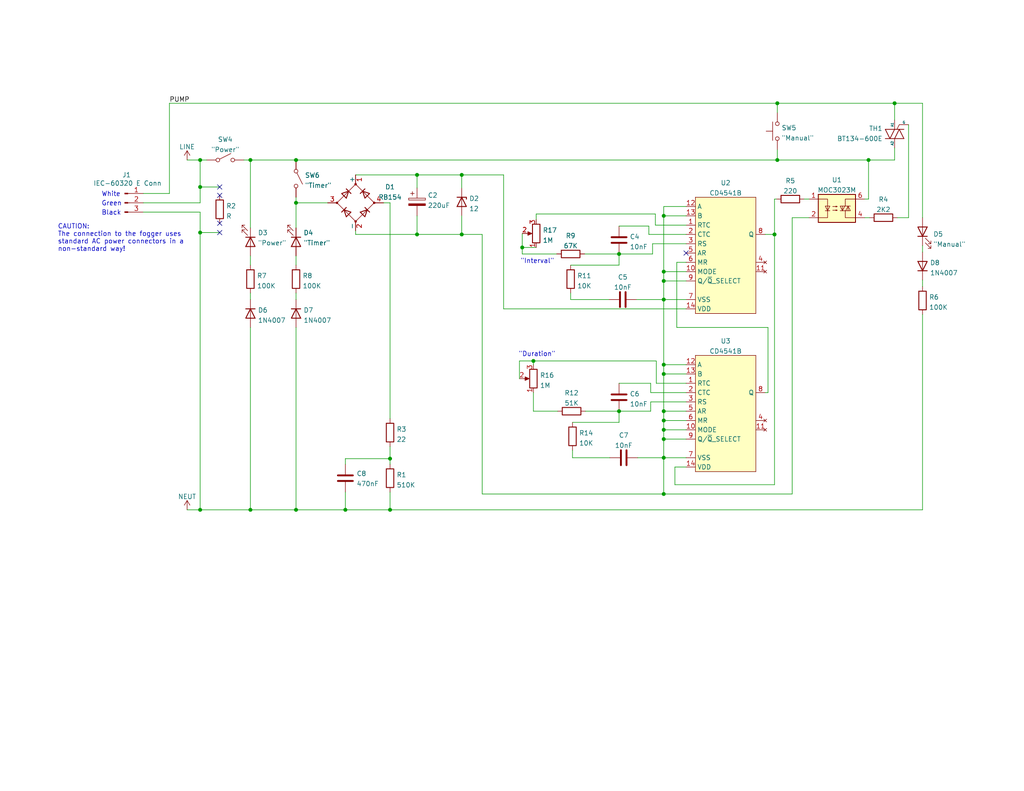
<source format=kicad_sch>
(kicad_sch (version 20211123) (generator eeschema)
  (paper "USLetter")
  (title_block (title "Generic Fog Machine Timer") (comment 1 "FWC-4B.PCB Rev 3") (comment 2 "Schematic for educational purposes only"))
  (lib_symbols
    (symbol "Connector:Conn_01x03_Male" (pin_names (offset 1.016) hide)
      (property "Reference" "J" (at 0 5.08 0))
      (property "Value" "Conn_01x03_Male" (at 0 -5.08 0))
      (symbol "Conn_01x03_Male_1_1"
        (polyline (pts (xy 1.27 -2.54) (xy 0.8636 -2.54)) (stroke (width 0.1524)))
        (polyline (pts (xy 1.27 0) (xy 0.8636 0)) (stroke (width 0.1524)))
        (polyline (pts (xy 1.27 2.54) (xy 0.8636 2.54)) (stroke (width 0.1524)))
        (rectangle (start 0.8636 -2.413) (end 0 -2.667) (stroke (width 0.1524)) (fill (type outline)))
        (rectangle (start 0.8636 0.127) (end 0 -0.127) (stroke (width 0.1524)) (fill (type outline)))
        (rectangle (start 0.8636 2.667) (end 0 2.413) (stroke (width 0.1524)) (fill (type outline)))
        (pin passive line (at 5.08 2.54 180) (length 3.81) (name "Pin_1") (number "1"))
        (pin passive line (at 5.08 0 180) (length 3.81) (name "Pin_2") (number "2"))
        (pin passive line (at 5.08 -2.54 180) (length 3.81) (name "Pin_3") (number "3"))
      )
    )
    (symbol "Device:C" (pin_numbers hide) (pin_names (offset 0.254))
      (property "Reference" "C" (at 0.635 2.54 0))
      (property "Value" "C" (at 0.635 -2.54 0))
      (symbol "C_0_1"
        (polyline (pts (xy -2.032 -0.762) (xy 2.032 -0.762)) (stroke (width 0.508)))
        (polyline (pts (xy -2.032 0.762) (xy 2.032 0.762)) (stroke (width 0.508)))
      )
      (symbol "C_1_1"
        (pin passive line (at 0 3.81 270) (length 2.794) (name "~") (number "1"))
        (pin passive line (at 0 -3.81 90) (length 2.794) (name "~") (number "2"))
      )
    )
    (symbol "Device:C_Polarized" (pin_numbers hide) (pin_names (offset 0.254))
      (property "Reference" "C" (at 0.635 2.54 0))
      (property "Value" "C_Polarized" (at 0.635 -2.54 0))
      (symbol "C_Polarized_0_1"
        (rectangle (start -2.286 0.508) (end 2.286 1.016))
        (polyline (pts (xy -1.778 2.286) (xy -0.762 2.286)))
        (polyline (pts (xy -1.27 2.794) (xy -1.27 1.778)))
        (rectangle (start 2.286 -0.508) (end -2.286 -1.016) (fill (type outline)))
      )
      (symbol "C_Polarized_1_1"
        (pin passive line (at 0 3.81 270) (length 2.794) (name "~") (number "1"))
        (pin passive line (at 0 -3.81 90) (length 2.794) (name "~") (number "2"))
      )
    )
    (symbol "Device:D" (pin_numbers hide) (pin_names (offset 1.016) hide)
      (property "Reference" "D" (at 0 2.54 0))
      (property "Value" "D" (at 0 -2.54 0))
      (symbol "D_0_1"
        (polyline (pts (xy -1.27 1.27) (xy -1.27 -1.27)) (stroke (width 0.254)))
        (polyline (pts (xy 1.27 0) (xy -1.27 0)))
        (polyline (pts (xy 1.27 1.27) (xy 1.27 -1.27) (xy -1.27 0) (xy 1.27 1.27)) (stroke (width 0.254)))
      )
      (symbol "D_1_1"
        (pin passive line (at -3.81 0 0) (length 2.54) (name "K") (number "1"))
        (pin passive line (at 3.81 0 180) (length 2.54) (name "A") (number "2"))
      )
    )
    (symbol "Device:D_Bridge_+-AA" (pin_names (offset 0))
      (property "Reference" "D" (at 2.54 6.985 0))
      (property "Value" "D_Bridge_+-AA" (at 2.54 5.08 0))
      (symbol "D_Bridge_+-AA_0_1"
        (circle (center -5.08 0) (radius 0.254) (fill (type outline)))
        (circle (center 0 -5.08) (radius 0.254) (fill (type outline)))
        (polyline (pts (xy -2.54 3.81) (xy -1.27 2.54)) (stroke (width 0.254)))
        (polyline (pts (xy -1.27 -2.54) (xy -2.54 -3.81)) (stroke (width 0.254)))
        (polyline (pts (xy 2.54 -1.27) (xy 3.81 -2.54)) (stroke (width 0.254)))
        (polyline (pts (xy 2.54 1.27) (xy 3.81 2.54)) (stroke (width 0.254)))
        (polyline (pts (xy -3.81 2.54) (xy -2.54 1.27) (xy -1.905 3.175) (xy -3.81 2.54)) (stroke (width 0.254)))
        (polyline (pts (xy -2.54 -1.27) (xy -3.81 -2.54) (xy -1.905 -3.175) (xy -2.54 -1.27)) (stroke (width 0.254)))
        (polyline (pts (xy 1.27 2.54) (xy 2.54 3.81) (xy 3.175 1.905) (xy 1.27 2.54)) (stroke (width 0.254)))
        (polyline (pts (xy 3.175 -1.905) (xy 1.27 -2.54) (xy 2.54 -3.81) (xy 3.175 -1.905)) (stroke (width 0.254)))
        (polyline (pts (xy -5.08 0) (xy 0 -5.08) (xy 5.08 0) (xy 0 5.08) (xy -5.08 0)))
        (circle (center 0 5.08) (radius 0.254) (fill (type outline)))
        (circle (center 5.08 0) (radius 0.254) (fill (type outline)))
      )
      (symbol "D_Bridge_+-AA_1_1"
        (pin passive line (at 7.62 0 180) (length 2.54) (name "+") (number "1"))
        (pin passive line (at -7.62 0 0) (length 2.54) (name "-") (number "2"))
        (pin passive line (at 0 7.62 270) (length 2.54) (name "~") (number "3"))
        (pin passive line (at 0 -7.62 90) (length 2.54) (name "~") (number "4"))
      )
    )
    (symbol "Device:D_Zener" (pin_numbers hide) (pin_names (offset 1.016) hide)
      (property "Reference" "D" (at 0 2.54 0))
      (property "Value" "D_Zener" (at 0 -2.54 0))
      (symbol "D_Zener_0_1"
        (polyline (pts (xy 1.27 0) (xy -1.27 0)))
        (polyline (pts (xy -1.27 -1.27) (xy -1.27 1.27) (xy -0.762 1.27)) (stroke (width 0.254)))
        (polyline (pts (xy 1.27 -1.27) (xy 1.27 1.27) (xy -1.27 0) (xy 1.27 -1.27)) (stroke (width 0.254)))
      )
      (symbol "D_Zener_1_1"
        (pin passive line (at -3.81 0 0) (length 2.54) (name "K") (number "1"))
        (pin passive line (at 3.81 0 180) (length 2.54) (name "A") (number "2"))
      )
    )
    (symbol "Device:LED" (pin_numbers hide) (pin_names (offset 1.016) hide)
      (property "Reference" "D" (at 0 2.54 0))
      (property "Value" "LED" (at 0 -2.54 0))
      (symbol "LED_0_1"
        (polyline (pts (xy -1.27 -1.27) (xy -1.27 1.27)) (stroke (width 0.254)))
        (polyline (pts (xy -1.27 0) (xy 1.27 0)))
        (polyline (pts (xy 1.27 -1.27) (xy 1.27 1.27) (xy -1.27 0) (xy 1.27 -1.27)) (stroke (width 0.254)))
        (polyline (pts (xy -3.048 -0.762) (xy -4.572 -2.286) (xy -3.81 -2.286) (xy -4.572 -2.286) (xy -4.572 -1.524)))
        (polyline (pts (xy -1.778 -0.762) (xy -3.302 -2.286) (xy -2.54 -2.286) (xy -3.302 -2.286) (xy -3.302 -1.524)))
      )
      (symbol "LED_1_1"
        (pin passive line (at -3.81 0 0) (length 2.54) (name "K") (number "1"))
        (pin passive line (at 3.81 0 180) (length 2.54) (name "A") (number "2"))
      )
    )
    (symbol "Device:R" (pin_numbers hide) (pin_names (offset 0))
      (property "Reference" "R" (at 2.032 0 90))
      (property "Value" "R" (at 0 0 90))
      (symbol "R_0_1"
        (rectangle (start -1.016 -2.54) (end 1.016 2.54) (stroke (width 0.254)))
      )
      (symbol "R_1_1"
        (pin passive line (at 0 3.81 270) (length 1.27) (name "~") (number "1"))
        (pin passive line (at 0 -3.81 90) (length 1.27) (name "~") (number "2"))
      )
    )
    (symbol "Device:R_Potentiometer" (pin_names (offset 1.016) hide)
      (property "Reference" "RV" (at -4.445 0 90))
      (property "Value" "R_Potentiometer" (at -2.54 0 90))
      (symbol "R_Potentiometer_0_1"
        (polyline (pts (xy 2.54 0) (xy 1.524 0)))
        (polyline (pts (xy 1.143 0) (xy 2.286 0.508) (xy 2.286 -0.508) (xy 1.143 0)) (fill (type outline)))
        (rectangle (start 1.016 2.54) (end -1.016 -2.54) (stroke (width 0.254)))
      )
      (symbol "R_Potentiometer_1_1"
        (pin passive line (at 0 3.81 270) (length 1.27) (name "1") (number "1"))
        (pin passive line (at 3.81 0 180) (length 1.27) (name "2") (number "2"))
        (pin passive line (at 0 -3.81 90) (length 1.27) (name "3") (number "3"))
      )
    )
    (symbol "Q_TRIAC_A1A2G_1" (pin_numbers hide) (pin_names (offset 0))
      (property "Reference" "D" (at 3.175 0.635 0))
      (property "Value" "Q_TRIAC_A1A2G_1" (at 3.175 -1.27 0))
      (symbol "Q_TRIAC_A1A2G_1_0_1"
        (polyline (pts (xy -2.54 -1.27) (xy 2.54 -1.27)) (stroke (width 0.2032)))
        (polyline (pts (xy -2.54 1.27) (xy 2.54 1.27)) (stroke (width 0.2032)))
        (polyline (pts (xy -1.27 -2.54) (xy -0.635 -1.27)))
        (polyline (pts (xy -2.54 1.27) (xy -1.27 -1.27) (xy 0 1.27)) (stroke (width 0.2032)))
        (polyline (pts (xy 0 -1.27) (xy 1.27 1.27) (xy 2.54 -1.27)) (stroke (width 0.2032)))
      )
      (symbol "Q_TRIAC_A1A2G_1_1_1"
        (pin passive line (at 0 -3.81 90) (length 2.54) (name "A1") (number "1"))
        (pin passive line (at 0 3.81 270) (length 2.54) (name "A2") (number "2"))
        (pin input line (at -3.81 -2.54 0) (length 2.54) (name "G") (number "3"))
      )
    )
    (symbol "Relay_SolidState:MOC3023M"
      (property "Reference" "U" (at -5.334 4.826 0))
      (property "Value" "MOC3023M" (at 0 5.08 0))
      (symbol "MOC3023M_0_1"
        (rectangle (start -5.08 3.81) (end 5.08 -3.81) (stroke (width 0.254)) (fill (type background)))
        (polyline (pts (xy -3.175 -0.635) (xy -1.905 -0.635)))
        (polyline (pts (xy 1.524 -0.635) (xy 1.524 0.635)))
        (polyline (pts (xy 3.048 0.635) (xy 3.048 -0.635)))
        (polyline (pts (xy 2.286 -0.635) (xy 2.286 -2.54) (xy 5.08 -2.54)))
        (polyline (pts (xy 2.286 0.635) (xy 2.286 2.54) (xy 5.08 2.54)))
        (polyline (pts (xy -5.08 2.54) (xy -2.54 2.54) (xy -2.54 -2.54) (xy -5.08 -2.54)))
        (polyline (pts (xy -2.54 -0.635) (xy -3.175 0.635) (xy -1.905 0.635) (xy -2.54 -0.635)))
        (polyline (pts (xy 0.889 -0.635) (xy 3.683 -0.635) (xy 3.048 0.635) (xy 2.413 -0.635)))
        (polyline (pts (xy 3.683 0.635) (xy 0.889 0.635) (xy 1.524 -0.635) (xy 2.159 0.635)))
        (polyline (pts (xy -1.143 -0.508) (xy 0.127 -0.508) (xy -0.254 -0.635) (xy -0.254 -0.381) (xy 0.127 -0.508)))
        (polyline (pts (xy -1.143 0.508) (xy 0.127 0.508) (xy -0.254 0.381) (xy -0.254 0.635) (xy 0.127 0.508)))
      )
      (symbol "MOC3023M_1_1"
        (pin passive line (at -7.62 2.54 0) (length 2.54) (name "~") (number "1"))
        (pin passive line (at -7.62 -2.54 0) (length 2.54) (name "~") (number "2"))
        (pin no_connect line (at -5.08 0 0) (length 2.54) hide (name "NC") (number "3"))
        (pin passive line (at 7.62 -2.54 180) (length 2.54) (name "~") (number "4"))
        (pin no_connect line (at 5.08 0 180) (length 2.54) hide (name "NC") (number "5"))
        (pin passive line (at 7.62 2.54 180) (length 2.54) (name "~") (number "6"))
      )
    )
    (symbol "SW_SPST_1" (pin_numbers hide) (pin_names (offset 0) hide)
      (property "Reference" "SW" (at 0 3.175 0))
      (property "Value" "SW_SPST_1" (at 0 -2.54 0))
      (symbol "SW_SPST_1_0_0"
        (circle (center -2.032 0) (radius 0.508))
        (polyline (pts (xy -1.524 0.254) (xy 1.524 1.778)))
        (circle (center 2.032 0) (radius 0.508))
      )
      (symbol "SW_SPST_1_1_1"
        (pin passive line (at -5.08 0 0) (length 2.54) (name "A") (number "1"))
        (pin passive line (at 5.08 0 180) (length 2.54) (name "B") (number "2"))
      )
    )
    (symbol "Switch:SW_Push" (pin_numbers hide) (pin_names (offset 1.016) hide)
      (property "Reference" "SW" (at 1.27 2.54 0))
      (property "Value" "SW_Push" (at 0 -1.524 0))
      (symbol "SW_Push_0_1"
        (circle (center -2.032 0) (radius 0.508))
        (polyline (pts (xy 0 1.27) (xy 0 3.048)))
        (polyline (pts (xy 2.54 1.27) (xy -2.54 1.27)))
        (circle (center 2.032 0) (radius 0.508))
        (pin passive line (at -5.08 0 0) (length 2.54) (name "1") (number "1"))
        (pin passive line (at 5.08 0 180) (length 2.54) (name "2") (number "2"))
      )
    )
    (symbol "Switch:SW_SPST" (pin_numbers hide) (pin_names (offset 0) hide)
      (property "Reference" "SW" (at 0 3.175 0))
      (property "Value" "SW_SPST" (at 0 -2.54 0))
      (symbol "SW_SPST_0_0"
        (circle (center -2.032 0) (radius 0.508))
        (polyline (pts (xy -1.524 0.254) (xy 1.524 1.778)))
        (circle (center 2.032 0) (radius 0.508))
      )
      (symbol "SW_SPST_1_1"
        (pin passive line (at -5.08 0 0) (length 2.54) (name "A") (number "1"))
        (pin passive line (at 5.08 0 180) (length 2.54) (name "B") (number "2"))
      )
    )
    (symbol "aid_Modules:CD4541B"
      (property "Reference" "U" (at 0 5.08 0))
      (property "Value" "CD4541B" (at 0 2.54 0))
      (symbol "CD4541B_0_1"
        (rectangle (start -7.62 3.81) (end 8.89 -27.94) (stroke (width 0.1524)) (fill (type background)))
      )
      (symbol "CD4541B_1_1"
        (pin input line (at -10.16 -3.81 0) (length 2.54) (name "RTC") (number "1"))
        (pin input line (at -10.16 -16.51 0) (length 2.54) (name "MODE") (number "10"))
        (pin no_connect line (at 11.43 -16.51 180) (length 2.54) (name "") (number "11"))
        (pin input line (at -10.16 1.27 0) (length 2.54) (name "A") (number "12"))
        (pin input line (at -10.16 -1.27 0) (length 2.54) (name "B") (number "13"))
        (pin power_in line (at -10.16 -26.67 0) (length 2.54) (name "VDD") (number "14"))
        (pin input line (at -10.16 -6.35 0) (length 2.54) (name "CTC") (number "2"))
        (pin input line (at -10.16 -8.89 0) (length 2.54) (name "RS") (number "3"))
        (pin no_connect line (at 11.43 -13.97 180) (length 2.54) (name "") (number "4"))
        (pin input line (at -10.16 -11.43 0) (length 2.54) (name "AR") (number "5"))
        (pin input line (at -10.16 -13.97 0) (length 2.54) (name "MR") (number "6"))
        (pin power_in line (at -10.16 -24.13 0) (length 2.54) (name "VSS") (number "7"))
        (pin output line (at 11.43 -6.35 180) (length 2.54) (name "Q") (number "8"))
        (pin input line (at -10.16 -19.05 0) (length 2.54) (name "Q/~{Q}_SELECT") (number "9"))
      )
    )
    (symbol "power:LINE" (power) (pin_names (offset 0))
      (property "Value" "LINE" (at 0 3.81 0))
      (symbol "LINE_0_1"
        (polyline (pts (xy -0.762 1.27) (xy 0 2.54)))
        (polyline (pts (xy 0 0) (xy 0 2.54)))
        (polyline (pts (xy 0 2.54) (xy 0.762 1.27)))
      )
      (symbol "LINE_1_1"
        (pin power_in line (at 0 0 90) (length 0) hide (name "LINE") (number "1"))
      )
    )
    (symbol "power:NEUT" (power) (pin_names (offset 0))
      (property "Value" "NEUT" (at 0 3.81 0))
      (symbol "NEUT_0_1"
        (polyline (pts (xy -0.762 1.27) (xy 0 2.54)))
        (polyline (pts (xy 0 0) (xy 0 2.54)))
        (polyline (pts (xy 0 2.54) (xy 0.762 1.27)))
      )
      (symbol "NEUT_1_1"
        (pin power_in line (at 0 0 90) (length 0) hide (name "NEUT") (number "1"))
      )
    )
  )
  (junction (at 142.494 67.564))
  (junction (at 181.102 74.168))
  (junction (at 54.61 43.688))
  (junction (at 80.772 43.688))
  (junction (at 181.102 58.928))
  (junction (at 211.328 64.008))
  (junction (at 54.61 63.5))
  (junction (at 181.102 81.788))
  (junction (at 212.09 43.688))
  (junction (at 125.984 47.752))
  (junction (at 106.426 139.192))
  (junction (at 244.094 28.194))
  (junction (at 54.61 139.192))
  (junction (at 68.326 139.192))
  (junction (at 181.102 117.348))
  (junction (at 80.772 55.372))
  (junction (at 113.792 47.752))
  (junction (at 145.542 98.552))
  (junction (at 181.102 114.808))
  (junction (at 181.102 102.108))
  (junction (at 125.984 64.008))
  (junction (at 94.234 139.192))
  (junction (at 106.426 125.222))
  (junction (at 168.91 69.342))
  (junction (at 68.326 43.688))
  (junction (at 113.792 64.008))
  (junction (at 80.772 139.192))
  (junction (at 181.102 119.888))
  (junction (at 181.102 124.968))
  (junction (at 236.982 43.688))
  (junction (at 212.09 28.194))
  (junction (at 168.91 112.268))
  (junction (at 181.102 99.568))
  (junction (at 181.102 112.268))
  (junction (at 181.102 76.708))
  (junction (at 54.61 51.054))
  (junction (at 181.102 134.874))
  (no_connect (at 59.944 60.96))
  (no_connect (at 59.944 53.34))
  (no_connect (at 59.944 51.054))
  (no_connect (at 59.944 63.5))
  (no_connect (at 187.198 69.088))
  (wire (pts (xy 54.61 139.192) (xy 68.326 139.192)))
  (wire (pts (xy 187.198 114.808) (xy 181.102 114.808)))
  (wire (pts (xy 106.426 55.372) (xy 106.426 114.3)))
  (wire (pts (xy 51.054 139.192) (xy 54.61 139.192)))
  (wire (pts (xy 168.91 69.342) (xy 168.91 72.39)))
  (wire (pts (xy 244.094 28.194) (xy 251.714 28.194)))
  (wire (pts (xy 235.966 59.436) (xy 237.236 59.436)))
  (wire (pts (xy 211.328 54.356) (xy 211.328 64.008)))
  (wire (pts (xy 181.102 81.788) (xy 181.102 99.568)))
  (wire (pts (xy 146.304 58.42) (xy 146.304 59.944)))
  (wire (pts (xy 131.572 64.008) (xy 131.572 134.874)))
  (wire (pts (xy 187.198 66.548) (xy 178.054 66.548)))
  (wire (pts (xy 211.328 64.008) (xy 211.328 132.334)))
  (wire (pts (xy 187.198 56.388) (xy 181.102 56.388)))
  (wire (pts (xy 51.054 43.688) (xy 54.61 43.688)))
  (wire (pts (xy 104.648 55.372) (xy 106.426 55.372)))
  (wire (pts (xy 113.792 58.928) (xy 113.792 64.008)))
  (wire (pts (xy 137.414 47.752) (xy 137.414 84.328)))
  (wire (pts (xy 177.038 64.008) (xy 177.038 61.722)))
  (wire (pts (xy 187.198 124.968) (xy 181.102 124.968)))
  (wire (pts (xy 187.198 58.928) (xy 181.102 58.928)))
  (wire (pts (xy 159.512 69.342) (xy 168.91 69.342)))
  (wire (pts (xy 106.426 125.222) (xy 106.426 126.746)))
  (wire (pts (xy 113.792 47.752) (xy 113.792 51.308)))
  (wire (pts (xy 141.732 103.378) (xy 141.732 98.552)))
  (wire (pts (xy 46.228 28.194) (xy 46.228 52.832)))
  (wire (pts (xy 181.102 119.888) (xy 181.102 124.968)))
  (wire (pts (xy 177.546 112.268) (xy 168.91 112.268)))
  (wire (pts (xy 106.426 121.92) (xy 106.426 125.222)))
  (wire (pts (xy 94.234 139.192) (xy 106.426 139.192)))
  (wire (pts (xy 155.702 72.39) (xy 168.91 72.39)))
  (wire (pts (xy 145.542 112.268) (xy 152.146 112.268)))
  (wire (pts (xy 187.198 112.268) (xy 181.102 112.268)))
  (wire (pts (xy 181.102 117.348) (xy 187.198 117.348)))
  (wire (pts (xy 247.904 34.036) (xy 247.904 59.436)))
  (wire (pts (xy 80.772 43.688) (xy 212.09 43.688)))
  (wire (pts (xy 68.326 81.788) (xy 68.326 80.01)))
  (wire (pts (xy 211.836 54.356) (xy 211.328 54.356)))
  (wire (pts (xy 187.198 84.328) (xy 137.414 84.328)))
  (wire (pts (xy 251.714 67.056) (xy 251.714 68.834)))
  (wire (pts (xy 208.788 64.008) (xy 211.328 64.008)))
  (wire (pts (xy 181.102 81.788) (xy 187.198 81.788)))
  (wire (pts (xy 184.658 89.408) (xy 209.55 89.408)))
  (wire (pts (xy 178.816 58.42) (xy 146.304 58.42)))
  (wire (pts (xy 54.61 63.5) (xy 54.61 57.912)))
  (wire (pts (xy 184.15 127.508) (xy 184.15 132.334)))
  (wire (pts (xy 54.61 63.5) (xy 59.944 63.5)))
  (wire (pts (xy 39.116 57.912) (xy 54.61 57.912)))
  (wire (pts (xy 187.198 109.728) (xy 177.546 109.728)))
  (wire (pts (xy 187.198 71.628) (xy 184.658 71.628)))
  (wire (pts (xy 220.726 59.436) (xy 216.154 59.436)))
  (wire (pts (xy 187.198 99.568) (xy 181.102 99.568)))
  (wire (pts (xy 142.494 69.342) (xy 151.892 69.342)))
  (wire (pts (xy 168.91 69.342) (xy 178.054 69.342)))
  (wire (pts (xy 159.766 112.268) (xy 168.91 112.268)))
  (wire (pts (xy 113.792 47.752) (xy 125.984 47.752)))
  (wire (pts (xy 179.07 104.648) (xy 179.07 98.552)))
  (wire (pts (xy 145.542 107.188) (xy 145.542 112.268)))
  (wire (pts (xy 125.984 51.308) (xy 125.984 47.752)))
  (wire (pts (xy 178.816 61.468) (xy 178.816 58.42)))
  (wire (pts (xy 141.732 98.552) (xy 145.542 98.552)))
  (wire (pts (xy 173.736 81.788) (xy 181.102 81.788)))
  (wire (pts (xy 181.102 76.708) (xy 187.198 76.708)))
  (wire (pts (xy 131.572 134.874) (xy 181.102 134.874)))
  (wire (pts (xy 209.55 89.408) (xy 209.55 107.188)))
  (wire (pts (xy 54.61 63.5) (xy 54.61 139.192)))
  (wire (pts (xy 212.09 28.194) (xy 212.09 30.734)))
  (wire (pts (xy 168.91 104.648) (xy 177.546 104.648)))
  (wire (pts (xy 125.984 64.008) (xy 131.572 64.008)))
  (wire (pts (xy 113.792 64.008) (xy 125.984 64.008)))
  (wire (pts (xy 178.054 66.548) (xy 178.054 69.342)))
  (wire (pts (xy 212.09 28.194) (xy 244.094 28.194)))
  (wire (pts (xy 247.904 59.436) (xy 244.856 59.436)))
  (wire (pts (xy 181.102 112.268) (xy 181.102 114.808)))
  (wire (pts (xy 187.198 127.508) (xy 184.15 127.508)))
  (wire (pts (xy 80.772 55.372) (xy 89.408 55.372)))
  (wire (pts (xy 80.772 53.848) (xy 80.772 55.372)))
  (wire (pts (xy 251.714 76.454) (xy 251.714 78.232)))
  (wire (pts (xy 251.714 28.194) (xy 251.714 59.436)))
  (wire (pts (xy 184.658 71.628) (xy 184.658 89.408)))
  (wire (pts (xy 181.102 102.108) (xy 181.102 112.268)))
  (wire (pts (xy 244.094 40.386) (xy 244.094 43.688)))
  (wire (pts (xy 142.494 67.564) (xy 142.494 63.754)))
  (wire (pts (xy 80.772 81.788) (xy 80.772 80.01)))
  (wire (pts (xy 181.102 117.348) (xy 181.102 119.888)))
  (wire (pts (xy 168.91 112.268) (xy 168.91 115.316)))
  (wire (pts (xy 97.028 64.008) (xy 113.792 64.008)))
  (wire (pts (xy 106.426 139.192) (xy 106.426 134.366)))
  (wire (pts (xy 155.702 81.788) (xy 166.116 81.788)))
  (wire (pts (xy 235.966 54.356) (xy 236.982 54.356)))
  (wire (pts (xy 125.984 58.928) (xy 125.984 64.008)))
  (wire (pts (xy 94.234 125.222) (xy 106.426 125.222)))
  (wire (pts (xy 94.234 125.222) (xy 94.234 126.746)))
  (wire (pts (xy 39.116 52.832) (xy 46.228 52.832)))
  (wire (pts (xy 187.198 64.008) (xy 177.038 64.008)))
  (wire (pts (xy 68.326 89.408) (xy 68.326 139.192)))
  (wire (pts (xy 66.548 43.688) (xy 68.326 43.688)))
  (wire (pts (xy 97.028 47.752) (xy 113.792 47.752)))
  (wire (pts (xy 54.61 51.054) (xy 54.61 55.372)))
  (wire (pts (xy 179.07 98.552) (xy 145.542 98.552)))
  (wire (pts (xy 187.198 61.468) (xy 178.816 61.468)))
  (wire (pts (xy 184.15 132.334) (xy 211.328 132.334)))
  (wire (pts (xy 181.102 134.874) (xy 216.154 134.874)))
  (wire (pts (xy 181.102 58.928) (xy 181.102 74.168)))
  (wire (pts (xy 187.198 104.648) (xy 179.07 104.648)))
  (wire (pts (xy 181.102 76.708) (xy 181.102 74.168)))
  (wire (pts (xy 187.198 102.108) (xy 181.102 102.108)))
  (wire (pts (xy 236.982 43.688) (xy 244.094 43.688)))
  (wire (pts (xy 187.198 119.888) (xy 181.102 119.888)))
  (wire (pts (xy 236.982 54.356) (xy 236.982 43.688)))
  (wire (pts (xy 181.102 76.708) (xy 181.102 81.788)))
  (wire (pts (xy 181.102 99.568) (xy 181.102 102.108)))
  (wire (pts (xy 168.91 112.268) (xy 168.91 112.014)))
  (wire (pts (xy 212.09 40.894) (xy 212.09 43.688)))
  (wire (pts (xy 244.094 28.194) (xy 244.094 32.766)))
  (wire (pts (xy 54.61 43.688) (xy 56.388 43.688)))
  (wire (pts (xy 156.21 124.968) (xy 166.37 124.968)))
  (wire (pts (xy 125.984 47.752) (xy 137.414 47.752)))
  (wire (pts (xy 156.21 122.936) (xy 156.21 124.968)))
  (wire (pts (xy 80.772 139.192) (xy 94.234 139.192)))
  (wire (pts (xy 39.116 55.372) (xy 54.61 55.372)))
  (wire (pts (xy 177.546 104.648) (xy 177.546 107.188)))
  (wire (pts (xy 68.326 139.192) (xy 80.772 139.192)))
  (wire (pts (xy 219.456 54.356) (xy 220.726 54.356)))
  (wire (pts (xy 142.494 67.564) (xy 142.494 69.342)))
  (wire (pts (xy 216.154 59.436) (xy 216.154 134.874)))
  (wire (pts (xy 68.326 72.39) (xy 68.326 69.85)))
  (wire (pts (xy 46.228 28.194) (xy 212.09 28.194)))
  (wire (pts (xy 155.702 80.01) (xy 155.702 81.788)))
  (wire (pts (xy 181.102 56.388) (xy 181.102 58.928)))
  (wire (pts (xy 156.21 115.316) (xy 168.91 115.316)))
  (wire (pts (xy 68.326 43.688) (xy 68.326 62.23)))
  (wire (pts (xy 54.61 51.054) (xy 59.944 51.054)))
  (wire (pts (xy 97.028 62.992) (xy 97.028 64.008)))
  (wire (pts (xy 94.234 134.366) (xy 94.234 139.192)))
  (wire (pts (xy 177.546 109.728) (xy 177.546 112.268)))
  (wire (pts (xy 54.61 43.688) (xy 54.61 51.054)))
  (wire (pts (xy 181.102 124.968) (xy 181.102 134.874)))
  (wire (pts (xy 146.304 67.564) (xy 142.494 67.564)))
  (wire (pts (xy 177.038 61.722) (xy 168.91 61.722)))
  (wire (pts (xy 177.546 107.188) (xy 187.198 107.188)))
  (wire (pts (xy 209.55 107.188) (xy 208.788 107.188)))
  (wire (pts (xy 212.09 43.688) (xy 236.982 43.688)))
  (wire (pts (xy 181.102 114.808) (xy 181.102 117.348)))
  (wire (pts (xy 106.426 139.192) (xy 251.714 139.192)))
  (wire (pts (xy 173.99 124.968) (xy 181.102 124.968)))
  (wire (pts (xy 251.714 85.852) (xy 251.714 139.192)))
  (wire (pts (xy 80.772 55.372) (xy 80.772 62.23)))
  (wire (pts (xy 68.326 43.688) (xy 80.772 43.688)))
  (wire (pts (xy 181.102 74.168) (xy 187.198 74.168)))
  (wire (pts (xy 80.772 89.408) (xy 80.772 139.192)))
  (wire (pts (xy 145.542 98.552) (xy 145.542 99.568)))
  (wire (pts (xy 80.772 72.39) (xy 80.772 69.85)))
  (text "Green" (at 27.686 56.388 0) (effects (font (size 1.27 1.27)) (justify left bottom)))
  (text "\"Interval\"" (at 141.986 72.136 0) (effects (font (size 1.27 1.27)) (justify left bottom)))
  (text "Black" (at 27.686 58.928 0) (effects (font (size 1.27 1.27)) (justify left bottom)))
  (text "\"Duration\"" (at 141.478 97.536 0) (effects (font (size 1.27 1.27)) (justify left bottom)))
  (text "CAUTION:\nThe connection to the fogger uses\nstandard AC power connectors in a\nnon-standard way!" (at 15.748 68.834 0) (effects (font (size 1.27 1.27)) (justify left bottom)))
  (text "White" (at 27.686 53.848 0) (effects (font (size 1.27 1.27)) (justify left bottom)))
  (label "PUMP" (at 46.228 28.194 0))
  (symbol (lib_id "Device:R_Potentiometer") (at 146.304 63.754 180) (unit 1)
    (property "Reference" "R17" (at 148.082 62.8455 0) (effects (justify right)))
    (property "Value" "1M" (at 148.082 65.6206 0) (effects (justify right)))
  )
  (symbol (lib_id "Device:C") (at 169.926 81.788 90) (unit 1)
    (property "Reference" "C5" (at 169.926 75.6625 90))
    (property "Value" "10nF" (at 169.926 78.4376 90))
  )
  (symbol (lib_id "Device:D_Zener") (at 125.984 55.118 270) (unit 1)
    (property "Reference" "D2" (at 128.016 54.2095 90) (effects (justify left)))
    (property "Value" "12" (at 128.016 56.9846 90) (effects (justify left)))
  )
  (symbol (lib_id "Device:R") (at 155.956 112.268 90) (unit 1)
    (property "Reference" "R12" (at 155.956 107.2855 90))
    (property "Value" "51K" (at 155.956 110.0606 90))
  )
  (symbol (lib_id "Device:R") (at 68.326 76.2 0) (unit 1)
    (property "Reference" "R7" (at 70.104 75.2915 0) (effects (justify left)))
    (property "Value" "100K" (at 70.104 78.0666 0) (effects (justify left)))
  )
  (symbol (lib_id "power:LINE") (at 51.054 43.688 0) (unit 1)
    (property "Reference" "#PWR01" (effects hide))
    (property "Value" "LINE" (at 51.054 40.0835 0))
  )
  (symbol (lib_id "Device:R") (at 155.702 69.342 90) (unit 1)
    (property "Reference" "R9" (at 155.702 64.3595 90))
    (property "Value" "67K" (at 155.702 67.1346 90))
  )
  (symbol (lib_name "Q_TRIAC_A1A2G_1") (lib_id "Device:Q_TRIAC_A1A2G") (at 244.094 36.576 180) (unit 1)
    (property "Reference" "TH1" (at 240.8174 35.0833 0) (effects (justify left)))
    (property "Value" "BT134-600E" (at 240.8174 37.8584 0) (effects (justify left)))
  )
  (symbol (lib_id "Device:C") (at 168.91 65.532 180) (unit 1)
    (property "Reference" "C4" (at 171.831 64.6235 0) (effects (justify right)))
    (property "Value" "10nF" (at 171.831 67.3986 0) (effects (justify right)))
  )
  (symbol (lib_id "Device:R") (at 241.046 59.436 90) (unit 1)
    (property "Reference" "R4" (at 241.046 54.4535 90))
    (property "Value" "2K2" (at 241.046 57.2286 90))
  )
  (symbol (lib_id "Device:C") (at 94.234 130.556 0) (unit 1)
    (property "Reference" "C8" (at 97.282 129.3049 0) (effects (justify left)))
    (property "Value" "470nF" (at 97.282 132.08 0) (effects (justify left)))
  )
  (symbol (lib_id "Device:R") (at 156.21 119.126 180) (unit 1)
    (property "Reference" "R14" (at 157.988 118.2175 0) (effects (justify right)))
    (property "Value" "10K" (at 157.988 120.9926 0) (effects (justify right)))
  )
  (symbol (lib_id "Device:D") (at 251.714 72.644 90) (unit 1)
    (property "Reference" "D8" (at 253.746 71.7355 90) (effects (justify right)))
    (property "Value" "1N4007" (at 253.746 74.5106 90) (effects (justify right)))
  )
  (symbol (lib_id "Device:LED") (at 68.326 66.04 270) (unit 1)
    (property "Reference" "D3" (at 70.358 63.544 90) (effects (justify left)))
    (property "Value" "\"Power\"" (at 70.358 66.3191 90) (effects (justify left)))
  )
  (symbol (lib_id "Device:R") (at 251.714 82.042 180) (unit 1)
    (property "Reference" "R6" (at 253.492 81.1335 0) (effects (justify right)))
    (property "Value" "100K" (at 253.492 83.9086 0) (effects (justify right)))
  )
  (symbol (lib_id "Device:C_Polarized") (at 113.792 55.118 0) (unit 1)
    (property "Reference" "C2" (at 116.713 53.3205 0) (effects (justify left)))
    (property "Value" "220uF" (at 116.713 56.0956 0) (effects (justify left)))
  )
  (symbol (lib_name "SW_SPST_1") (lib_id "Switch:SW_SPST") (at 61.468 43.688 0) (unit 1)
    (property "Reference" "SW4" (at 61.468 38.0705 0))
    (property "Value" "\"Power\"" (at 61.468 40.8456 0))
  )
  (symbol (lib_id "Device:LED") (at 80.772 66.04 270) (unit 1)
    (property "Reference" "D4" (at 82.804 63.544 90) (effects (justify left)))
    (property "Value" "\"Timer\"" (at 82.804 66.3191 90) (effects (justify left)))
  )
  (symbol (lib_id "Switch:SW_SPST") (at 80.772 48.768 270) (unit 1)
    (property "Reference" "SW6" (at 83.185 47.8595 90) (effects (justify left)))
    (property "Value" "\"Timer\"" (at 83.185 50.6346 90) (effects (justify left)))
  )
  (symbol (lib_id "Device:R") (at 80.772 76.2 0) (unit 1)
    (property "Reference" "R8" (at 82.55 75.2915 0) (effects (justify left)))
    (property "Value" "100K" (at 82.55 78.0666 0) (effects (justify left)))
  )
  (symbol (lib_id "Device:R") (at 59.944 57.15 0) (unit 1)
    (property "Reference" "R2" (at 61.722 56.2415 0) (effects (justify left)))
    (property "Value" "R" (at 61.722 59.0166 0) (effects (justify left)))
  )
  (symbol (lib_id "aid_Modules:CD4541B") (at 197.358 57.658 0) (unit 1)
    (property "Reference" "U2" (at 197.993 49.9323 0))
    (property "Value" "CD4541B" (at 197.993 52.7074 0))
    (property "Datasheet" "https://www.ti.com/lit/ds/symlink/cd4541b-mil.pdf" (effects hide))
  )
  (symbol (lib_id "Device:C") (at 170.18 124.968 90) (unit 1)
    (property "Reference" "C7" (at 170.18 118.8425 90))
    (property "Value" "10nF" (at 170.18 121.6176 90))
  )
  (symbol (lib_id "Device:D") (at 68.326 85.598 270) (unit 1)
    (property "Reference" "D6" (at 70.358 84.6895 90) (effects (justify left)))
    (property "Value" "1N4007" (at 70.358 87.4646 90) (effects (justify left)))
  )
  (symbol (lib_id "Device:D_Bridge_+-AA") (at 97.028 55.372 90) (unit 1)
    (property "Reference" "D1" (at 106.426 51.054 90))
    (property "Value" "RB154" (at 106.426 53.8291 90))
  )
  (symbol (lib_id "Device:R") (at 155.702 76.2 180) (unit 1)
    (property "Reference" "R11" (at 157.48 75.2915 0) (effects (justify right)))
    (property "Value" "10K" (at 157.48 78.0666 0) (effects (justify right)))
  )
  (symbol (lib_id "Device:R_Potentiometer") (at 145.542 103.378 180) (unit 1)
    (property "Reference" "R16" (at 147.32 102.4695 0) (effects (justify right)))
    (property "Value" "1M" (at 147.32 105.2446 0) (effects (justify right)))
  )
  (symbol (lib_id "Device:R") (at 215.646 54.356 90) (unit 1)
    (property "Reference" "R5" (at 215.646 49.3735 90))
    (property "Value" "220" (at 215.646 52.1486 90))
  )
  (symbol (lib_id "Connector:Conn_01x03_Male") (at 34.036 55.372 0) (unit 1)
    (property "Reference" "J1" (at 34.544 47.752 0))
    (property "Value" "IEC-60320 E Conn" (at 34.798 50.038 0))
  )
  (symbol (lib_id "power:NEUT") (at 51.054 139.192 0) (unit 1)
    (property "Reference" "#PWR02" (effects hide))
    (property "Value" "NEUT" (at 51.054 135.5875 0))
  )
  (symbol (lib_id "Relay_SolidState:MOC3023M") (at 228.346 56.896 0) (unit 1)
    (property "Reference" "U1" (at 228.346 49.1195 0))
    (property "Value" "MOC3023M" (at 228.346 51.8946 0))
    (property "Datasheet" "https://www.onsemi.com/pub/Collateral/MOC3023M-D.PDF" (effects hide))
  )
  (symbol (lib_id "Device:R") (at 106.426 118.11 180) (unit 1)
    (property "Reference" "R3" (at 108.204 117.2015 0) (effects (justify right)))
    (property "Value" "22" (at 108.204 119.9766 0) (effects (justify right)))
  )
  (symbol (lib_id "aid_Modules:CD4541B") (at 197.358 100.838 0) (unit 1)
    (property "Reference" "U3" (at 197.993 93.1123 0))
    (property "Value" "CD4541B" (at 197.993 95.8874 0))
    (property "Datasheet" "https://www.ti.com/lit/ds/symlink/cd4541b-mil.pdf" (effects hide))
  )
  (symbol (lib_id "Device:LED") (at 251.714 63.246 90) (unit 1)
    (property "Reference" "D5" (at 254.635 63.925 90) (effects (justify right)))
    (property "Value" "\"Manual\"" (at 254.635 66.7001 90) (effects (justify right)))
  )
  (symbol (lib_id "Switch:SW_Push") (at 212.09 35.814 90) (unit 1)
    (property "Reference" "SW5" (at 213.233 34.9055 90) (effects (justify right)))
    (property "Value" "\"Manual\"" (at 213.233 37.6806 90) (effects (justify right)))
  )
  (symbol (lib_id "Device:D") (at 80.772 85.598 270) (unit 1)
    (property "Reference" "D7" (at 82.804 84.6895 90) (effects (justify left)))
    (property "Value" "1N4007" (at 82.804 87.4646 90) (effects (justify left)))
  )
  (symbol (lib_id "Device:R") (at 106.426 130.556 0) (unit 1)
    (property "Reference" "R1" (at 108.204 129.6475 0) (effects (justify left)))
    (property "Value" "510K" (at 108.204 132.4226 0) (effects (justify left)))
  )
  (symbol (lib_id "Device:C") (at 168.91 108.458 180) (unit 1)
    (property "Reference" "C6" (at 171.831 107.5495 0) (effects (justify right)))
    (property "Value" "10nF" (at 171.831 110.3246 0) (effects (justify right)))
  )
)
</source>
